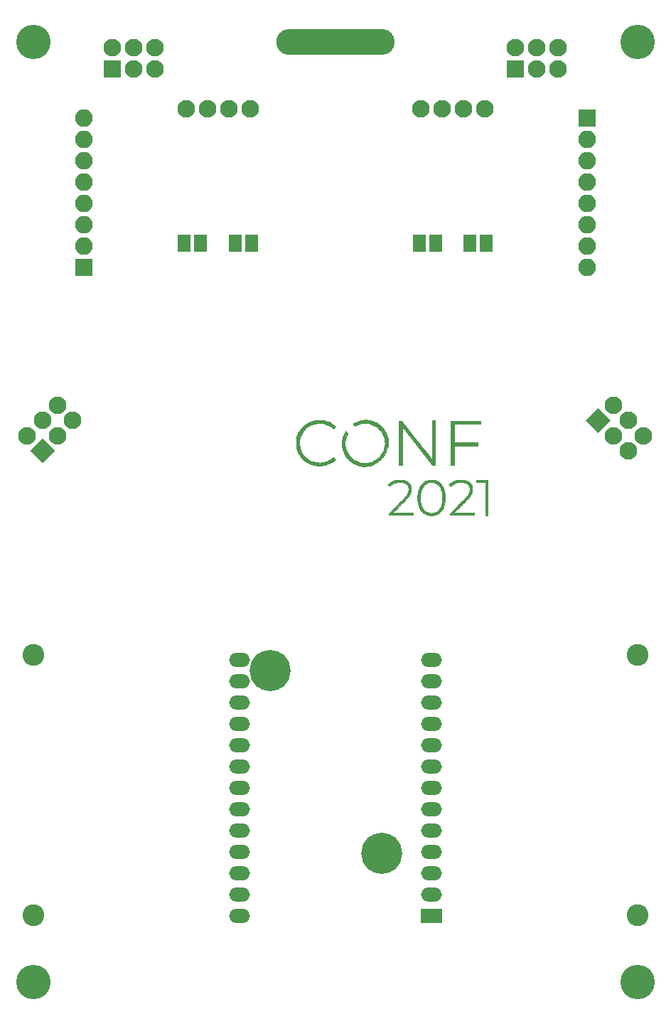
<source format=gbr>
%TF.GenerationSoftware,KiCad,Pcbnew,(5.1.6)-1*%
%TF.CreationDate,2020-10-27T18:50:36+11:00*%
%TF.ProjectId,swag-badge,73776167-2d62-4616-9467-652e6b696361,rev?*%
%TF.SameCoordinates,PX2d4cae0PY916f720*%
%TF.FileFunction,Soldermask,Top*%
%TF.FilePolarity,Negative*%
%FSLAX46Y46*%
G04 Gerber Fmt 4.6, Leading zero omitted, Abs format (unit mm)*
G04 Created by KiCad (PCBNEW (5.1.6)-1) date 2020-10-27 18:50:36*
%MOMM*%
%LPD*%
G01*
G04 APERTURE LIST*
%ADD10C,0.010000*%
%ADD11C,2.100000*%
%ADD12C,0.100000*%
%ADD13C,4.900000*%
%ADD14O,2.500000X1.700000*%
%ADD15R,2.500000X1.700000*%
%ADD16R,2.100000X2.100000*%
%ADD17R,1.500000X2.100000*%
%ADD18R,1.600000X2.100000*%
%ADD19O,14.100000X3.100000*%
%ADD20C,4.100000*%
%ADD21O,2.100000X2.100000*%
%ADD22C,2.600000*%
G04 APERTURE END LIST*
D10*
%TO.C,L1*%
G36*
X54037715Y66347852D02*
G01*
X54119896Y66342207D01*
X54188405Y66333542D01*
X54203418Y66330763D01*
X54348665Y66293961D01*
X54491848Y66243302D01*
X54627842Y66181012D01*
X54751524Y66109316D01*
X54813977Y66065527D01*
X54922393Y65974135D01*
X55028317Y65866645D01*
X55127458Y65748056D01*
X55215525Y65623371D01*
X55266862Y65537714D01*
X55316416Y65438031D01*
X55364620Y65321409D01*
X55410146Y65192084D01*
X55451669Y65054290D01*
X55487863Y64912266D01*
X55517402Y64770246D01*
X55529603Y64698375D01*
X55536451Y64640533D01*
X55541968Y64565960D01*
X55546150Y64478431D01*
X55548992Y64381721D01*
X55550489Y64279607D01*
X55550637Y64175864D01*
X55549431Y64074268D01*
X55546866Y63978595D01*
X55542938Y63892621D01*
X55537641Y63820121D01*
X55530972Y63764871D01*
X55530767Y63763620D01*
X55486288Y63536787D01*
X55430651Y63327675D01*
X55363719Y63135928D01*
X55285357Y62961187D01*
X55195431Y62803095D01*
X55133730Y62713173D01*
X55088114Y62656374D01*
X55031148Y62593205D01*
X54967551Y62528295D01*
X54902043Y62466273D01*
X54839344Y62411769D01*
X54784174Y62369413D01*
X54781126Y62367304D01*
X54646968Y62286129D01*
X54499744Y62216847D01*
X54345368Y62161967D01*
X54222741Y62130548D01*
X54173105Y62122342D01*
X54109334Y62115127D01*
X54036917Y62109194D01*
X53961343Y62104834D01*
X53888101Y62102340D01*
X53822680Y62102002D01*
X53770570Y62104112D01*
X53754773Y62105695D01*
X53592901Y62133847D01*
X53437046Y62175810D01*
X53291228Y62230258D01*
X53159472Y62295861D01*
X53134959Y62310327D01*
X53100436Y62330650D01*
X53072732Y62345762D01*
X53056884Y62352943D01*
X53055528Y62353189D01*
X53041277Y62360052D01*
X53015159Y62378717D01*
X52980562Y62406301D01*
X52940874Y62439920D01*
X52899483Y62476691D01*
X52859776Y62513729D01*
X52825141Y62548152D01*
X52819385Y62554189D01*
X52708298Y62684964D01*
X52610125Y62828480D01*
X52524232Y62985998D01*
X52449989Y63158781D01*
X52386763Y63348091D01*
X52347389Y63496666D01*
X52328425Y63578904D01*
X52313247Y63652840D01*
X52301382Y63722754D01*
X52292357Y63792924D01*
X52285700Y63867630D01*
X52280938Y63951153D01*
X52277597Y64047771D01*
X52275445Y64147812D01*
X52275175Y64211338D01*
X52585010Y64211338D01*
X52585180Y64114665D01*
X52585686Y64035964D01*
X52586695Y63972034D01*
X52588374Y63919674D01*
X52590889Y63875681D01*
X52594407Y63836853D01*
X52599096Y63799989D01*
X52605122Y63761888D01*
X52609845Y63734890D01*
X52650974Y63537239D01*
X52700264Y63358495D01*
X52757979Y63197919D01*
X52824382Y63054770D01*
X52894128Y62936691D01*
X52936090Y62879131D01*
X52988867Y62815315D01*
X53047995Y62749972D01*
X53109011Y62687826D01*
X53167451Y62633606D01*
X53218850Y62592038D01*
X53221257Y62590303D01*
X53327763Y62524084D01*
X53447913Y62466738D01*
X53575070Y62421044D01*
X53698184Y62390603D01*
X53773733Y62380929D01*
X53862824Y62376839D01*
X53958649Y62378077D01*
X54054395Y62384385D01*
X54143252Y62395506D01*
X54214154Y62410053D01*
X54288641Y62433354D01*
X54370394Y62465346D01*
X54453074Y62503054D01*
X54530342Y62543504D01*
X54595859Y62583720D01*
X54617981Y62599548D01*
X54667460Y62640772D01*
X54724237Y62694040D01*
X54783318Y62754152D01*
X54839706Y62815910D01*
X54888407Y62874116D01*
X54912509Y62906080D01*
X54977298Y63009499D01*
X55037739Y63130514D01*
X55092738Y63265799D01*
X55141199Y63412025D01*
X55182025Y63565865D01*
X55214120Y63723991D01*
X55236390Y63883077D01*
X55237410Y63892773D01*
X55242735Y63963887D01*
X55245941Y64049727D01*
X55247140Y64145875D01*
X55246441Y64247915D01*
X55243955Y64351428D01*
X55239793Y64451998D01*
X55234065Y64545207D01*
X55226882Y64626638D01*
X55218355Y64691874D01*
X55217251Y64698375D01*
X55178127Y64890782D01*
X55131015Y65064953D01*
X55075156Y65222555D01*
X55009792Y65365255D01*
X54934164Y65494718D01*
X54847514Y65612612D01*
X54754689Y65715022D01*
X54634807Y65820801D01*
X54505545Y65907648D01*
X54367427Y65975347D01*
X54220981Y66023681D01*
X54066732Y66052433D01*
X53913589Y66061413D01*
X53752422Y66051447D01*
X53598557Y66021694D01*
X53452522Y65972370D01*
X53314842Y65903692D01*
X53186043Y65815876D01*
X53072490Y65715022D01*
X52974030Y65605547D01*
X52887270Y65485466D01*
X52811533Y65353262D01*
X52746138Y65207416D01*
X52690410Y65046410D01*
X52643669Y64868726D01*
X52605237Y64672845D01*
X52604196Y64666611D01*
X52598471Y64628650D01*
X52593956Y64589365D01*
X52590523Y64545711D01*
X52588042Y64494645D01*
X52586385Y64433123D01*
X52585425Y64358100D01*
X52585032Y64266533D01*
X52585010Y64211338D01*
X52275175Y64211338D01*
X52274730Y64315943D01*
X52279197Y64467608D01*
X52289420Y64607009D01*
X52305971Y64738348D01*
X52329423Y64865826D01*
X52360350Y64993646D01*
X52399325Y65126010D01*
X52415793Y65176656D01*
X52471576Y65331287D01*
X52530860Y65468360D01*
X52595745Y65591446D01*
X52668333Y65704116D01*
X52750726Y65809941D01*
X52845024Y65912492D01*
X52854229Y65921745D01*
X52981701Y66036990D01*
X53115133Y66133193D01*
X53256934Y66211633D01*
X53409511Y66273591D01*
X53575270Y66320345D01*
X53623760Y66330763D01*
X53687720Y66340223D01*
X53766867Y66346661D01*
X53855429Y66350079D01*
X53947636Y66350476D01*
X54037715Y66347852D01*
G37*
X54037715Y66347852D02*
X54119896Y66342207D01*
X54188405Y66333542D01*
X54203418Y66330763D01*
X54348665Y66293961D01*
X54491848Y66243302D01*
X54627842Y66181012D01*
X54751524Y66109316D01*
X54813977Y66065527D01*
X54922393Y65974135D01*
X55028317Y65866645D01*
X55127458Y65748056D01*
X55215525Y65623371D01*
X55266862Y65537714D01*
X55316416Y65438031D01*
X55364620Y65321409D01*
X55410146Y65192084D01*
X55451669Y65054290D01*
X55487863Y64912266D01*
X55517402Y64770246D01*
X55529603Y64698375D01*
X55536451Y64640533D01*
X55541968Y64565960D01*
X55546150Y64478431D01*
X55548992Y64381721D01*
X55550489Y64279607D01*
X55550637Y64175864D01*
X55549431Y64074268D01*
X55546866Y63978595D01*
X55542938Y63892621D01*
X55537641Y63820121D01*
X55530972Y63764871D01*
X55530767Y63763620D01*
X55486288Y63536787D01*
X55430651Y63327675D01*
X55363719Y63135928D01*
X55285357Y62961187D01*
X55195431Y62803095D01*
X55133730Y62713173D01*
X55088114Y62656374D01*
X55031148Y62593205D01*
X54967551Y62528295D01*
X54902043Y62466273D01*
X54839344Y62411769D01*
X54784174Y62369413D01*
X54781126Y62367304D01*
X54646968Y62286129D01*
X54499744Y62216847D01*
X54345368Y62161967D01*
X54222741Y62130548D01*
X54173105Y62122342D01*
X54109334Y62115127D01*
X54036917Y62109194D01*
X53961343Y62104834D01*
X53888101Y62102340D01*
X53822680Y62102002D01*
X53770570Y62104112D01*
X53754773Y62105695D01*
X53592901Y62133847D01*
X53437046Y62175810D01*
X53291228Y62230258D01*
X53159472Y62295861D01*
X53134959Y62310327D01*
X53100436Y62330650D01*
X53072732Y62345762D01*
X53056884Y62352943D01*
X53055528Y62353189D01*
X53041277Y62360052D01*
X53015159Y62378717D01*
X52980562Y62406301D01*
X52940874Y62439920D01*
X52899483Y62476691D01*
X52859776Y62513729D01*
X52825141Y62548152D01*
X52819385Y62554189D01*
X52708298Y62684964D01*
X52610125Y62828480D01*
X52524232Y62985998D01*
X52449989Y63158781D01*
X52386763Y63348091D01*
X52347389Y63496666D01*
X52328425Y63578904D01*
X52313247Y63652840D01*
X52301382Y63722754D01*
X52292357Y63792924D01*
X52285700Y63867630D01*
X52280938Y63951153D01*
X52277597Y64047771D01*
X52275445Y64147812D01*
X52275175Y64211338D01*
X52585010Y64211338D01*
X52585180Y64114665D01*
X52585686Y64035964D01*
X52586695Y63972034D01*
X52588374Y63919674D01*
X52590889Y63875681D01*
X52594407Y63836853D01*
X52599096Y63799989D01*
X52605122Y63761888D01*
X52609845Y63734890D01*
X52650974Y63537239D01*
X52700264Y63358495D01*
X52757979Y63197919D01*
X52824382Y63054770D01*
X52894128Y62936691D01*
X52936090Y62879131D01*
X52988867Y62815315D01*
X53047995Y62749972D01*
X53109011Y62687826D01*
X53167451Y62633606D01*
X53218850Y62592038D01*
X53221257Y62590303D01*
X53327763Y62524084D01*
X53447913Y62466738D01*
X53575070Y62421044D01*
X53698184Y62390603D01*
X53773733Y62380929D01*
X53862824Y62376839D01*
X53958649Y62378077D01*
X54054395Y62384385D01*
X54143252Y62395506D01*
X54214154Y62410053D01*
X54288641Y62433354D01*
X54370394Y62465346D01*
X54453074Y62503054D01*
X54530342Y62543504D01*
X54595859Y62583720D01*
X54617981Y62599548D01*
X54667460Y62640772D01*
X54724237Y62694040D01*
X54783318Y62754152D01*
X54839706Y62815910D01*
X54888407Y62874116D01*
X54912509Y62906080D01*
X54977298Y63009499D01*
X55037739Y63130514D01*
X55092738Y63265799D01*
X55141199Y63412025D01*
X55182025Y63565865D01*
X55214120Y63723991D01*
X55236390Y63883077D01*
X55237410Y63892773D01*
X55242735Y63963887D01*
X55245941Y64049727D01*
X55247140Y64145875D01*
X55246441Y64247915D01*
X55243955Y64351428D01*
X55239793Y64451998D01*
X55234065Y64545207D01*
X55226882Y64626638D01*
X55218355Y64691874D01*
X55217251Y64698375D01*
X55178127Y64890782D01*
X55131015Y65064953D01*
X55075156Y65222555D01*
X55009792Y65365255D01*
X54934164Y65494718D01*
X54847514Y65612612D01*
X54754689Y65715022D01*
X54634807Y65820801D01*
X54505545Y65907648D01*
X54367427Y65975347D01*
X54220981Y66023681D01*
X54066732Y66052433D01*
X53913589Y66061413D01*
X53752422Y66051447D01*
X53598557Y66021694D01*
X53452522Y65972370D01*
X53314842Y65903692D01*
X53186043Y65815876D01*
X53072490Y65715022D01*
X52974030Y65605547D01*
X52887270Y65485466D01*
X52811533Y65353262D01*
X52746138Y65207416D01*
X52690410Y65046410D01*
X52643669Y64868726D01*
X52605237Y64672845D01*
X52604196Y64666611D01*
X52598471Y64628650D01*
X52593956Y64589365D01*
X52590523Y64545711D01*
X52588042Y64494645D01*
X52586385Y64433123D01*
X52585425Y64358100D01*
X52585032Y64266533D01*
X52585010Y64211338D01*
X52275175Y64211338D01*
X52274730Y64315943D01*
X52279197Y64467608D01*
X52289420Y64607009D01*
X52305971Y64738348D01*
X52329423Y64865826D01*
X52360350Y64993646D01*
X52399325Y65126010D01*
X52415793Y65176656D01*
X52471576Y65331287D01*
X52530860Y65468360D01*
X52595745Y65591446D01*
X52668333Y65704116D01*
X52750726Y65809941D01*
X52845024Y65912492D01*
X52854229Y65921745D01*
X52981701Y66036990D01*
X53115133Y66133193D01*
X53256934Y66211633D01*
X53409511Y66273591D01*
X53575270Y66320345D01*
X53623760Y66330763D01*
X53687720Y66340223D01*
X53766867Y66346661D01*
X53855429Y66350079D01*
X53947636Y66350476D01*
X54037715Y66347852D01*
G36*
X60636807Y62109671D02*
G01*
X60340350Y62109671D01*
X60340350Y66037724D01*
X59313339Y66037724D01*
X59313339Y66299164D01*
X59442054Y66306085D01*
X59478675Y66307472D01*
X59533777Y66308766D01*
X59604666Y66309939D01*
X59688648Y66310963D01*
X59783029Y66311810D01*
X59885115Y66312452D01*
X59992211Y66312860D01*
X60101623Y66313006D01*
X60636807Y66313006D01*
X60636807Y62109671D01*
G37*
X60636807Y62109671D02*
X60340350Y62109671D01*
X60340350Y66037724D01*
X59313339Y66037724D01*
X59313339Y66299164D01*
X59442054Y66306085D01*
X59478675Y66307472D01*
X59533777Y66308766D01*
X59604666Y66309939D01*
X59688648Y66310963D01*
X59783029Y66311810D01*
X59885115Y66312452D01*
X59992211Y66312860D01*
X60101623Y66313006D01*
X60636807Y66313006D01*
X60636807Y62109671D01*
G36*
X50216637Y66354522D02*
G01*
X50312761Y66351974D01*
X50402946Y66347116D01*
X50482964Y66340035D01*
X50548587Y66330822D01*
X50578449Y66324521D01*
X50716358Y66285450D01*
X50838829Y66240771D01*
X50951340Y66188183D01*
X51059369Y66125383D01*
X51072824Y66116704D01*
X51187325Y66029995D01*
X51285546Y65930221D01*
X51367039Y65818379D01*
X51431354Y65695468D01*
X51478044Y65562486D01*
X51506658Y65420432D01*
X51516749Y65270303D01*
X51510928Y65142309D01*
X51494649Y65016378D01*
X51469517Y64898501D01*
X51434118Y64785335D01*
X51387040Y64673536D01*
X51326869Y64559762D01*
X51252191Y64440669D01*
X51161594Y64312913D01*
X51158671Y64308986D01*
X51141762Y64286922D01*
X51122272Y64262816D01*
X51099336Y64235774D01*
X51072091Y64204901D01*
X51039672Y64169301D01*
X51001216Y64128081D01*
X50955859Y64080346D01*
X50902737Y64025200D01*
X50840986Y63961750D01*
X50769743Y63889101D01*
X50688143Y63806357D01*
X50595323Y63712624D01*
X50490419Y63607008D01*
X50372567Y63488614D01*
X50240903Y63356547D01*
X50184196Y63299711D01*
X49306171Y62419846D01*
X49960839Y62412947D01*
X50099384Y62411468D01*
X50249622Y62409831D01*
X50407010Y62408087D01*
X50567005Y62406287D01*
X50725062Y62404484D01*
X50876640Y62402728D01*
X51017193Y62401072D01*
X51142180Y62399567D01*
X51168716Y62399241D01*
X51721926Y62392435D01*
X51721926Y62130847D01*
X48841366Y62130847D01*
X48844359Y62244974D01*
X48847353Y62359101D01*
X49800250Y63304402D01*
X49920392Y63423709D01*
X50037369Y63540112D01*
X50150188Y63652611D01*
X50257853Y63760201D01*
X50359368Y63861880D01*
X50453737Y63956647D01*
X50539966Y64043498D01*
X50617059Y64121431D01*
X50684021Y64189443D01*
X50739855Y64246532D01*
X50783568Y64291696D01*
X50814162Y64323931D01*
X50830192Y64341693D01*
X50882642Y64407431D01*
X50936519Y64480470D01*
X50988686Y64556116D01*
X51036007Y64629677D01*
X51075345Y64696459D01*
X51102071Y64748489D01*
X51151326Y64873278D01*
X51184269Y64999838D01*
X51202053Y65133603D01*
X51206124Y65238350D01*
X51203374Y65333252D01*
X51193114Y65414911D01*
X51173832Y65490394D01*
X51144020Y65566764D01*
X51129204Y65598333D01*
X51071337Y65698962D01*
X51002081Y65785064D01*
X50918835Y65859172D01*
X50818999Y65923820D01*
X50767453Y65950754D01*
X50653906Y66000318D01*
X50539335Y66037324D01*
X50420210Y66062318D01*
X50292998Y66075849D01*
X50154169Y66078464D01*
X50000191Y66070711D01*
X49996145Y66070392D01*
X49810712Y66048474D01*
X49640563Y66013123D01*
X49484091Y65963679D01*
X49339691Y65899483D01*
X49205759Y65819875D01*
X49080687Y65724195D01*
X49020397Y65669573D01*
X48983318Y65634668D01*
X48957976Y65612715D01*
X48941148Y65601680D01*
X48929609Y65599527D01*
X48920136Y65604222D01*
X48918693Y65605392D01*
X48884383Y65634741D01*
X48846772Y65667919D01*
X48809198Y65701849D01*
X48774998Y65733456D01*
X48747511Y65759664D01*
X48730073Y65777397D01*
X48725594Y65783342D01*
X48733167Y65795485D01*
X48753770Y65818293D01*
X48784231Y65848797D01*
X48821376Y65884031D01*
X48862033Y65921025D01*
X48903029Y65956812D01*
X48941191Y65988425D01*
X48962632Y66005073D01*
X49101750Y66096859D01*
X49256559Y66176065D01*
X49425231Y66242006D01*
X49605940Y66294001D01*
X49796857Y66331364D01*
X49857317Y66339803D01*
X49934915Y66347398D01*
X50023486Y66352323D01*
X50118803Y66354668D01*
X50216637Y66354522D01*
G37*
X50216637Y66354522D02*
X50312761Y66351974D01*
X50402946Y66347116D01*
X50482964Y66340035D01*
X50548587Y66330822D01*
X50578449Y66324521D01*
X50716358Y66285450D01*
X50838829Y66240771D01*
X50951340Y66188183D01*
X51059369Y66125383D01*
X51072824Y66116704D01*
X51187325Y66029995D01*
X51285546Y65930221D01*
X51367039Y65818379D01*
X51431354Y65695468D01*
X51478044Y65562486D01*
X51506658Y65420432D01*
X51516749Y65270303D01*
X51510928Y65142309D01*
X51494649Y65016378D01*
X51469517Y64898501D01*
X51434118Y64785335D01*
X51387040Y64673536D01*
X51326869Y64559762D01*
X51252191Y64440669D01*
X51161594Y64312913D01*
X51158671Y64308986D01*
X51141762Y64286922D01*
X51122272Y64262816D01*
X51099336Y64235774D01*
X51072091Y64204901D01*
X51039672Y64169301D01*
X51001216Y64128081D01*
X50955859Y64080346D01*
X50902737Y64025200D01*
X50840986Y63961750D01*
X50769743Y63889101D01*
X50688143Y63806357D01*
X50595323Y63712624D01*
X50490419Y63607008D01*
X50372567Y63488614D01*
X50240903Y63356547D01*
X50184196Y63299711D01*
X49306171Y62419846D01*
X49960839Y62412947D01*
X50099384Y62411468D01*
X50249622Y62409831D01*
X50407010Y62408087D01*
X50567005Y62406287D01*
X50725062Y62404484D01*
X50876640Y62402728D01*
X51017193Y62401072D01*
X51142180Y62399567D01*
X51168716Y62399241D01*
X51721926Y62392435D01*
X51721926Y62130847D01*
X48841366Y62130847D01*
X48844359Y62244974D01*
X48847353Y62359101D01*
X49800250Y63304402D01*
X49920392Y63423709D01*
X50037369Y63540112D01*
X50150188Y63652611D01*
X50257853Y63760201D01*
X50359368Y63861880D01*
X50453737Y63956647D01*
X50539966Y64043498D01*
X50617059Y64121431D01*
X50684021Y64189443D01*
X50739855Y64246532D01*
X50783568Y64291696D01*
X50814162Y64323931D01*
X50830192Y64341693D01*
X50882642Y64407431D01*
X50936519Y64480470D01*
X50988686Y64556116D01*
X51036007Y64629677D01*
X51075345Y64696459D01*
X51102071Y64748489D01*
X51151326Y64873278D01*
X51184269Y64999838D01*
X51202053Y65133603D01*
X51206124Y65238350D01*
X51203374Y65333252D01*
X51193114Y65414911D01*
X51173832Y65490394D01*
X51144020Y65566764D01*
X51129204Y65598333D01*
X51071337Y65698962D01*
X51002081Y65785064D01*
X50918835Y65859172D01*
X50818999Y65923820D01*
X50767453Y65950754D01*
X50653906Y66000318D01*
X50539335Y66037324D01*
X50420210Y66062318D01*
X50292998Y66075849D01*
X50154169Y66078464D01*
X50000191Y66070711D01*
X49996145Y66070392D01*
X49810712Y66048474D01*
X49640563Y66013123D01*
X49484091Y65963679D01*
X49339691Y65899483D01*
X49205759Y65819875D01*
X49080687Y65724195D01*
X49020397Y65669573D01*
X48983318Y65634668D01*
X48957976Y65612715D01*
X48941148Y65601680D01*
X48929609Y65599527D01*
X48920136Y65604222D01*
X48918693Y65605392D01*
X48884383Y65634741D01*
X48846772Y65667919D01*
X48809198Y65701849D01*
X48774998Y65733456D01*
X48747511Y65759664D01*
X48730073Y65777397D01*
X48725594Y65783342D01*
X48733167Y65795485D01*
X48753770Y65818293D01*
X48784231Y65848797D01*
X48821376Y65884031D01*
X48862033Y65921025D01*
X48903029Y65956812D01*
X48941191Y65988425D01*
X48962632Y66005073D01*
X49101750Y66096859D01*
X49256559Y66176065D01*
X49425231Y66242006D01*
X49605940Y66294001D01*
X49796857Y66331364D01*
X49857317Y66339803D01*
X49934915Y66347398D01*
X50023486Y66352323D01*
X50118803Y66354668D01*
X50216637Y66354522D01*
G36*
X57575105Y66354227D02*
G01*
X57661784Y66350843D01*
X57736641Y66345335D01*
X57789485Y66338631D01*
X57916409Y66310821D01*
X58043936Y66270653D01*
X58168178Y66220010D01*
X58285250Y66160775D01*
X58391264Y66094830D01*
X58482335Y66024059D01*
X58526968Y65981344D01*
X58606193Y65889114D01*
X58670922Y65792079D01*
X58723695Y65685610D01*
X58767048Y65565075D01*
X58780407Y65518925D01*
X58789601Y65470714D01*
X58796044Y65406614D01*
X58799736Y65331731D01*
X58800676Y65251171D01*
X58798863Y65170042D01*
X58794295Y65093450D01*
X58786972Y65026502D01*
X58780513Y64989538D01*
X58737884Y64831109D01*
X58680532Y64684146D01*
X58673338Y64668768D01*
X58642969Y64611056D01*
X58601902Y64541805D01*
X58553169Y64465594D01*
X58499802Y64387004D01*
X58444835Y64310614D01*
X58391299Y64241005D01*
X58384458Y64232514D01*
X58365346Y64210713D01*
X58332253Y64175065D01*
X58286227Y64126639D01*
X58228317Y64066506D01*
X58159572Y63995734D01*
X58081041Y63915394D01*
X57993771Y63826555D01*
X57898812Y63730286D01*
X57797212Y63627658D01*
X57690020Y63519740D01*
X57578285Y63407601D01*
X57463055Y63292311D01*
X57445692Y63274970D01*
X57334015Y63163420D01*
X57226647Y63056099D01*
X57124526Y62953948D01*
X57028589Y62857908D01*
X56939774Y62768920D01*
X56859018Y62687924D01*
X56787259Y62615863D01*
X56725433Y62553676D01*
X56674479Y62502305D01*
X56635333Y62462690D01*
X56608933Y62435774D01*
X56596216Y62422495D01*
X56595170Y62421214D01*
X56605752Y62420878D01*
X56635865Y62420345D01*
X56683867Y62419634D01*
X56748117Y62418763D01*
X56826971Y62417750D01*
X56918787Y62416612D01*
X57021922Y62415368D01*
X57134734Y62414036D01*
X57255581Y62412634D01*
X57382820Y62411181D01*
X57514808Y62409693D01*
X57649904Y62408190D01*
X57786464Y62406689D01*
X57922846Y62405208D01*
X58057407Y62403766D01*
X58188506Y62402380D01*
X58314499Y62401069D01*
X58433744Y62399850D01*
X58544599Y62398742D01*
X58645421Y62397763D01*
X58734568Y62396930D01*
X58810397Y62396262D01*
X58871265Y62395778D01*
X58915531Y62395494D01*
X58940121Y62395426D01*
X59006294Y62395540D01*
X59006294Y62130847D01*
X56126428Y62130847D01*
X56126428Y62351449D01*
X57074781Y63291981D01*
X57194830Y63411170D01*
X57311832Y63527584D01*
X57424778Y63640208D01*
X57532658Y63748023D01*
X57634464Y63850014D01*
X57729185Y63945164D01*
X57815812Y64032455D01*
X57893337Y64110870D01*
X57960750Y64179394D01*
X58017041Y64237009D01*
X58061202Y64282698D01*
X58092222Y64315444D01*
X58108147Y64333097D01*
X58161305Y64399033D01*
X58215598Y64471808D01*
X58268321Y64547339D01*
X58316769Y64621543D01*
X58358235Y64690337D01*
X58390014Y64749636D01*
X58402867Y64777891D01*
X58447812Y64907210D01*
X58477701Y65038975D01*
X58492480Y65170173D01*
X58492097Y65297795D01*
X58476500Y65418829D01*
X58445637Y65530263D01*
X58417112Y65596625D01*
X58352012Y65705823D01*
X58274396Y65798378D01*
X58183192Y65875466D01*
X58132267Y65908513D01*
X58014132Y65970535D01*
X57892430Y66017828D01*
X57764329Y66050968D01*
X57626996Y66070530D01*
X57477597Y66077088D01*
X57326259Y66072079D01*
X57138882Y66053411D01*
X56967324Y66022106D01*
X56809944Y65977507D01*
X56665100Y65918959D01*
X56531150Y65845804D01*
X56406452Y65757387D01*
X56296745Y65660297D01*
X56265639Y65630952D01*
X56240077Y65608703D01*
X56223812Y65596731D01*
X56220351Y65595586D01*
X56208626Y65603847D01*
X56185576Y65622800D01*
X56154825Y65649210D01*
X56119996Y65679842D01*
X56084714Y65711461D01*
X56052605Y65740832D01*
X56027292Y65764719D01*
X56012399Y65779887D01*
X56009963Y65783374D01*
X56017453Y65794553D01*
X56037770Y65816507D01*
X56067678Y65846209D01*
X56103946Y65880632D01*
X56143340Y65916747D01*
X56182625Y65951529D01*
X56218569Y65981949D01*
X56241562Y66000211D01*
X56378303Y66091881D01*
X56530910Y66171312D01*
X56697479Y66237782D01*
X56876105Y66290569D01*
X57064884Y66328951D01*
X57135453Y66339166D01*
X57207927Y66346456D01*
X57293017Y66351603D01*
X57385835Y66354611D01*
X57481493Y66355485D01*
X57575105Y66354227D01*
G37*
X57575105Y66354227D02*
X57661784Y66350843D01*
X57736641Y66345335D01*
X57789485Y66338631D01*
X57916409Y66310821D01*
X58043936Y66270653D01*
X58168178Y66220010D01*
X58285250Y66160775D01*
X58391264Y66094830D01*
X58482335Y66024059D01*
X58526968Y65981344D01*
X58606193Y65889114D01*
X58670922Y65792079D01*
X58723695Y65685610D01*
X58767048Y65565075D01*
X58780407Y65518925D01*
X58789601Y65470714D01*
X58796044Y65406614D01*
X58799736Y65331731D01*
X58800676Y65251171D01*
X58798863Y65170042D01*
X58794295Y65093450D01*
X58786972Y65026502D01*
X58780513Y64989538D01*
X58737884Y64831109D01*
X58680532Y64684146D01*
X58673338Y64668768D01*
X58642969Y64611056D01*
X58601902Y64541805D01*
X58553169Y64465594D01*
X58499802Y64387004D01*
X58444835Y64310614D01*
X58391299Y64241005D01*
X58384458Y64232514D01*
X58365346Y64210713D01*
X58332253Y64175065D01*
X58286227Y64126639D01*
X58228317Y64066506D01*
X58159572Y63995734D01*
X58081041Y63915394D01*
X57993771Y63826555D01*
X57898812Y63730286D01*
X57797212Y63627658D01*
X57690020Y63519740D01*
X57578285Y63407601D01*
X57463055Y63292311D01*
X57445692Y63274970D01*
X57334015Y63163420D01*
X57226647Y63056099D01*
X57124526Y62953948D01*
X57028589Y62857908D01*
X56939774Y62768920D01*
X56859018Y62687924D01*
X56787259Y62615863D01*
X56725433Y62553676D01*
X56674479Y62502305D01*
X56635333Y62462690D01*
X56608933Y62435774D01*
X56596216Y62422495D01*
X56595170Y62421214D01*
X56605752Y62420878D01*
X56635865Y62420345D01*
X56683867Y62419634D01*
X56748117Y62418763D01*
X56826971Y62417750D01*
X56918787Y62416612D01*
X57021922Y62415368D01*
X57134734Y62414036D01*
X57255581Y62412634D01*
X57382820Y62411181D01*
X57514808Y62409693D01*
X57649904Y62408190D01*
X57786464Y62406689D01*
X57922846Y62405208D01*
X58057407Y62403766D01*
X58188506Y62402380D01*
X58314499Y62401069D01*
X58433744Y62399850D01*
X58544599Y62398742D01*
X58645421Y62397763D01*
X58734568Y62396930D01*
X58810397Y62396262D01*
X58871265Y62395778D01*
X58915531Y62395494D01*
X58940121Y62395426D01*
X59006294Y62395540D01*
X59006294Y62130847D01*
X56126428Y62130847D01*
X56126428Y62351449D01*
X57074781Y63291981D01*
X57194830Y63411170D01*
X57311832Y63527584D01*
X57424778Y63640208D01*
X57532658Y63748023D01*
X57634464Y63850014D01*
X57729185Y63945164D01*
X57815812Y64032455D01*
X57893337Y64110870D01*
X57960750Y64179394D01*
X58017041Y64237009D01*
X58061202Y64282698D01*
X58092222Y64315444D01*
X58108147Y64333097D01*
X58161305Y64399033D01*
X58215598Y64471808D01*
X58268321Y64547339D01*
X58316769Y64621543D01*
X58358235Y64690337D01*
X58390014Y64749636D01*
X58402867Y64777891D01*
X58447812Y64907210D01*
X58477701Y65038975D01*
X58492480Y65170173D01*
X58492097Y65297795D01*
X58476500Y65418829D01*
X58445637Y65530263D01*
X58417112Y65596625D01*
X58352012Y65705823D01*
X58274396Y65798378D01*
X58183192Y65875466D01*
X58132267Y65908513D01*
X58014132Y65970535D01*
X57892430Y66017828D01*
X57764329Y66050968D01*
X57626996Y66070530D01*
X57477597Y66077088D01*
X57326259Y66072079D01*
X57138882Y66053411D01*
X56967324Y66022106D01*
X56809944Y65977507D01*
X56665100Y65918959D01*
X56531150Y65845804D01*
X56406452Y65757387D01*
X56296745Y65660297D01*
X56265639Y65630952D01*
X56240077Y65608703D01*
X56223812Y65596731D01*
X56220351Y65595586D01*
X56208626Y65603847D01*
X56185576Y65622800D01*
X56154825Y65649210D01*
X56119996Y65679842D01*
X56084714Y65711461D01*
X56052605Y65740832D01*
X56027292Y65764719D01*
X56012399Y65779887D01*
X56009963Y65783374D01*
X56017453Y65794553D01*
X56037770Y65816507D01*
X56067678Y65846209D01*
X56103946Y65880632D01*
X56143340Y65916747D01*
X56182625Y65951529D01*
X56218569Y65981949D01*
X56241562Y66000211D01*
X56378303Y66091881D01*
X56530910Y66171312D01*
X56697479Y66237782D01*
X56876105Y66290569D01*
X57064884Y66328951D01*
X57135453Y66339166D01*
X57207927Y66346456D01*
X57293017Y66351603D01*
X57385835Y66354611D01*
X57481493Y66355485D01*
X57575105Y66354227D01*
G36*
X46168610Y73477712D02*
G01*
X46337823Y73468361D01*
X46493668Y73450429D01*
X46642605Y73422779D01*
X46791090Y73384271D01*
X46905680Y73347703D01*
X47113059Y73268254D01*
X47307202Y73175794D01*
X47490800Y73068623D01*
X47666550Y72945044D01*
X47837143Y72803358D01*
X47972585Y72674961D01*
X48140049Y72493987D01*
X48287775Y72305558D01*
X48416037Y72109141D01*
X48525108Y71904198D01*
X48615264Y71690196D01*
X48686780Y71466599D01*
X48739928Y71232871D01*
X48753769Y71151605D01*
X48762449Y71078697D01*
X48768687Y70989946D01*
X48772482Y70890545D01*
X48773832Y70785686D01*
X48772737Y70680561D01*
X48769194Y70580363D01*
X48763201Y70490283D01*
X48754758Y70415514D01*
X48753995Y70410463D01*
X48707149Y70176116D01*
X48639999Y69945392D01*
X48553337Y69720066D01*
X48447953Y69501912D01*
X48324639Y69292706D01*
X48184185Y69094221D01*
X48145484Y69045244D01*
X48096079Y68987107D01*
X48035246Y68920226D01*
X47966989Y68848620D01*
X47895309Y68776309D01*
X47824209Y68707312D01*
X47757690Y68645649D01*
X47699756Y68595339D01*
X47687995Y68585740D01*
X47495752Y68443750D01*
X47293145Y68318073D01*
X47082141Y68209550D01*
X46864705Y68119026D01*
X46642806Y68047340D01*
X46418408Y67995338D01*
X46250190Y67969822D01*
X46165949Y67962393D01*
X46068065Y67957727D01*
X45962742Y67955809D01*
X45856180Y67956624D01*
X45754581Y67960158D01*
X45664147Y67966395D01*
X45618767Y67971309D01*
X45390101Y68011093D01*
X45167165Y68070617D01*
X44951082Y68148955D01*
X44742976Y68245177D01*
X44543969Y68358356D01*
X44355185Y68487564D01*
X44177748Y68631873D01*
X44012779Y68790356D01*
X43861403Y68962084D01*
X43724743Y69146130D01*
X43603923Y69341566D01*
X43500064Y69547464D01*
X43414291Y69762897D01*
X43400507Y69803688D01*
X43351836Y69963370D01*
X43314818Y70113012D01*
X43288563Y70258666D01*
X43272178Y70406381D01*
X43264774Y70562211D01*
X43265237Y70722802D01*
X43274835Y70914699D01*
X43295320Y71093400D01*
X43327917Y71264539D01*
X43373851Y71433748D01*
X43434349Y71606661D01*
X43483914Y71728028D01*
X43508091Y71781353D01*
X43537959Y71842684D01*
X43571217Y71907735D01*
X43605566Y71972216D01*
X43638706Y72031842D01*
X43668336Y72082325D01*
X43692157Y72119376D01*
X43698660Y72128331D01*
X43716867Y72152147D01*
X43985199Y71884435D01*
X43947666Y71822418D01*
X43844806Y71632692D01*
X43762275Y71437152D01*
X43700164Y71236147D01*
X43658563Y71030023D01*
X43637562Y70819131D01*
X43636279Y70627512D01*
X43651344Y70427133D01*
X43682398Y70235580D01*
X43730469Y70048770D01*
X43796584Y69862618D01*
X43870660Y69695790D01*
X43945719Y69551412D01*
X44026418Y69418747D01*
X44115996Y69293390D01*
X44217692Y69170940D01*
X44334746Y69046991D01*
X44382514Y68999949D01*
X44553948Y68847788D01*
X44733995Y68714945D01*
X44922978Y68601257D01*
X45121217Y68506560D01*
X45329034Y68430688D01*
X45546750Y68373477D01*
X45640610Y68355082D01*
X45742431Y68341250D01*
X45858336Y68332578D01*
X45981868Y68329066D01*
X46106574Y68330713D01*
X46225998Y68337520D01*
X46333687Y68349486D01*
X46368564Y68355096D01*
X46579200Y68403148D01*
X46786393Y68471989D01*
X46989785Y68561463D01*
X47189020Y68671410D01*
X47383742Y68801672D01*
X47402126Y68815197D01*
X47456530Y68858669D01*
X47520639Y68914962D01*
X47590828Y68980444D01*
X47663471Y69051483D01*
X47734943Y69124446D01*
X47801620Y69195701D01*
X47859877Y69261616D01*
X47906088Y69318558D01*
X47911005Y69325090D01*
X48038390Y69511794D01*
X48147445Y69704713D01*
X48237562Y69902401D01*
X48308130Y70103410D01*
X48358541Y70306292D01*
X48380478Y70440551D01*
X48397281Y70651470D01*
X48393597Y70861522D01*
X48370112Y71069484D01*
X48327512Y71274133D01*
X48266481Y71474246D01*
X48187706Y71668598D01*
X48091873Y71855966D01*
X47979666Y72035127D01*
X47851772Y72204857D01*
X47708876Y72363934D01*
X47551664Y72511132D01*
X47380821Y72645230D01*
X47197034Y72765004D01*
X47026261Y72857034D01*
X46823798Y72945054D01*
X46618145Y73012849D01*
X46410419Y73060458D01*
X46201732Y73087919D01*
X45993201Y73095269D01*
X45785940Y73082547D01*
X45581064Y73049791D01*
X45379687Y72997039D01*
X45182925Y72924328D01*
X44991892Y72831697D01*
X44910286Y72784848D01*
X44848334Y72747518D01*
X44717060Y72878478D01*
X44674447Y72921413D01*
X44637609Y72959339D01*
X44608968Y72989696D01*
X44590946Y73009925D01*
X44585786Y73017235D01*
X44594614Y73026221D01*
X44618921Y73043152D01*
X44655440Y73066120D01*
X44700905Y73093220D01*
X44752049Y73122546D01*
X44805605Y73152192D01*
X44858307Y73180253D01*
X44906888Y73204823D01*
X44909449Y73206070D01*
X45126877Y73301374D01*
X45344966Y73375899D01*
X45565439Y73430020D01*
X45790020Y73464106D01*
X46020431Y73478530D01*
X46168610Y73477712D01*
G37*
X46168610Y73477712D02*
X46337823Y73468361D01*
X46493668Y73450429D01*
X46642605Y73422779D01*
X46791090Y73384271D01*
X46905680Y73347703D01*
X47113059Y73268254D01*
X47307202Y73175794D01*
X47490800Y73068623D01*
X47666550Y72945044D01*
X47837143Y72803358D01*
X47972585Y72674961D01*
X48140049Y72493987D01*
X48287775Y72305558D01*
X48416037Y72109141D01*
X48525108Y71904198D01*
X48615264Y71690196D01*
X48686780Y71466599D01*
X48739928Y71232871D01*
X48753769Y71151605D01*
X48762449Y71078697D01*
X48768687Y70989946D01*
X48772482Y70890545D01*
X48773832Y70785686D01*
X48772737Y70680561D01*
X48769194Y70580363D01*
X48763201Y70490283D01*
X48754758Y70415514D01*
X48753995Y70410463D01*
X48707149Y70176116D01*
X48639999Y69945392D01*
X48553337Y69720066D01*
X48447953Y69501912D01*
X48324639Y69292706D01*
X48184185Y69094221D01*
X48145484Y69045244D01*
X48096079Y68987107D01*
X48035246Y68920226D01*
X47966989Y68848620D01*
X47895309Y68776309D01*
X47824209Y68707312D01*
X47757690Y68645649D01*
X47699756Y68595339D01*
X47687995Y68585740D01*
X47495752Y68443750D01*
X47293145Y68318073D01*
X47082141Y68209550D01*
X46864705Y68119026D01*
X46642806Y68047340D01*
X46418408Y67995338D01*
X46250190Y67969822D01*
X46165949Y67962393D01*
X46068065Y67957727D01*
X45962742Y67955809D01*
X45856180Y67956624D01*
X45754581Y67960158D01*
X45664147Y67966395D01*
X45618767Y67971309D01*
X45390101Y68011093D01*
X45167165Y68070617D01*
X44951082Y68148955D01*
X44742976Y68245177D01*
X44543969Y68358356D01*
X44355185Y68487564D01*
X44177748Y68631873D01*
X44012779Y68790356D01*
X43861403Y68962084D01*
X43724743Y69146130D01*
X43603923Y69341566D01*
X43500064Y69547464D01*
X43414291Y69762897D01*
X43400507Y69803688D01*
X43351836Y69963370D01*
X43314818Y70113012D01*
X43288563Y70258666D01*
X43272178Y70406381D01*
X43264774Y70562211D01*
X43265237Y70722802D01*
X43274835Y70914699D01*
X43295320Y71093400D01*
X43327917Y71264539D01*
X43373851Y71433748D01*
X43434349Y71606661D01*
X43483914Y71728028D01*
X43508091Y71781353D01*
X43537959Y71842684D01*
X43571217Y71907735D01*
X43605566Y71972216D01*
X43638706Y72031842D01*
X43668336Y72082325D01*
X43692157Y72119376D01*
X43698660Y72128331D01*
X43716867Y72152147D01*
X43985199Y71884435D01*
X43947666Y71822418D01*
X43844806Y71632692D01*
X43762275Y71437152D01*
X43700164Y71236147D01*
X43658563Y71030023D01*
X43637562Y70819131D01*
X43636279Y70627512D01*
X43651344Y70427133D01*
X43682398Y70235580D01*
X43730469Y70048770D01*
X43796584Y69862618D01*
X43870660Y69695790D01*
X43945719Y69551412D01*
X44026418Y69418747D01*
X44115996Y69293390D01*
X44217692Y69170940D01*
X44334746Y69046991D01*
X44382514Y68999949D01*
X44553948Y68847788D01*
X44733995Y68714945D01*
X44922978Y68601257D01*
X45121217Y68506560D01*
X45329034Y68430688D01*
X45546750Y68373477D01*
X45640610Y68355082D01*
X45742431Y68341250D01*
X45858336Y68332578D01*
X45981868Y68329066D01*
X46106574Y68330713D01*
X46225998Y68337520D01*
X46333687Y68349486D01*
X46368564Y68355096D01*
X46579200Y68403148D01*
X46786393Y68471989D01*
X46989785Y68561463D01*
X47189020Y68671410D01*
X47383742Y68801672D01*
X47402126Y68815197D01*
X47456530Y68858669D01*
X47520639Y68914962D01*
X47590828Y68980444D01*
X47663471Y69051483D01*
X47734943Y69124446D01*
X47801620Y69195701D01*
X47859877Y69261616D01*
X47906088Y69318558D01*
X47911005Y69325090D01*
X48038390Y69511794D01*
X48147445Y69704713D01*
X48237562Y69902401D01*
X48308130Y70103410D01*
X48358541Y70306292D01*
X48380478Y70440551D01*
X48397281Y70651470D01*
X48393597Y70861522D01*
X48370112Y71069484D01*
X48327512Y71274133D01*
X48266481Y71474246D01*
X48187706Y71668598D01*
X48091873Y71855966D01*
X47979666Y72035127D01*
X47851772Y72204857D01*
X47708876Y72363934D01*
X47551664Y72511132D01*
X47380821Y72645230D01*
X47197034Y72765004D01*
X47026261Y72857034D01*
X46823798Y72945054D01*
X46618145Y73012849D01*
X46410419Y73060458D01*
X46201732Y73087919D01*
X45993201Y73095269D01*
X45785940Y73082547D01*
X45581064Y73049791D01*
X45379687Y72997039D01*
X45182925Y72924328D01*
X44991892Y72831697D01*
X44910286Y72784848D01*
X44848334Y72747518D01*
X44717060Y72878478D01*
X44674447Y72921413D01*
X44637609Y72959339D01*
X44608968Y72989696D01*
X44590946Y73009925D01*
X44585786Y73017235D01*
X44594614Y73026221D01*
X44618921Y73043152D01*
X44655440Y73066120D01*
X44700905Y73093220D01*
X44752049Y73122546D01*
X44805605Y73152192D01*
X44858307Y73180253D01*
X44906888Y73204823D01*
X44909449Y73206070D01*
X45126877Y73301374D01*
X45344966Y73375899D01*
X45565439Y73430020D01*
X45790020Y73464106D01*
X46020431Y73478530D01*
X46168610Y73477712D01*
G36*
X40705392Y73431463D02*
G01*
X40796927Y73428875D01*
X40876624Y73424616D01*
X40938308Y73418842D01*
X41139650Y73386798D01*
X41337268Y73342186D01*
X41528056Y73286060D01*
X41708909Y73219469D01*
X41876724Y73143467D01*
X42028395Y73059105D01*
X42060609Y73038669D01*
X42123554Y72995528D01*
X42192438Y72944653D01*
X42262276Y72890026D01*
X42328083Y72835630D01*
X42384877Y72785446D01*
X42419830Y72751668D01*
X42472007Y72698155D01*
X42419830Y72641993D01*
X42388151Y72607915D01*
X42348900Y72565720D01*
X42308940Y72522785D01*
X42295624Y72508483D01*
X42223594Y72431133D01*
X42147093Y72499601D01*
X41975764Y72639517D01*
X41795766Y72760214D01*
X41606634Y72861917D01*
X41407900Y72944850D01*
X41199095Y73009238D01*
X40996393Y73052514D01*
X40936224Y73060477D01*
X40859960Y73067015D01*
X40772640Y73071999D01*
X40679305Y73075295D01*
X40584995Y73076775D01*
X40494750Y73076306D01*
X40413610Y73073759D01*
X40349616Y73069301D01*
X40117825Y73036593D01*
X39894515Y72984664D01*
X39680037Y72913655D01*
X39474743Y72823704D01*
X39278983Y72714952D01*
X39093108Y72587538D01*
X39043236Y72548819D01*
X38893642Y72416537D01*
X38754933Y72267596D01*
X38628588Y72104306D01*
X38516087Y71928979D01*
X38418908Y71743926D01*
X38338531Y71551460D01*
X38276434Y71353892D01*
X38274908Y71348059D01*
X38229235Y71132250D01*
X38203061Y70912622D01*
X38196365Y70691695D01*
X38209123Y70471989D01*
X38241311Y70256023D01*
X38286580Y70067965D01*
X38357185Y69858909D01*
X38445577Y69660578D01*
X38550867Y69473711D01*
X38672169Y69299049D01*
X38808595Y69137331D01*
X38959258Y68989296D01*
X39123270Y68855684D01*
X39299744Y68737236D01*
X39487792Y68634690D01*
X39686528Y68548786D01*
X39895064Y68480264D01*
X40112513Y68429864D01*
X40282496Y68404216D01*
X40361649Y68397051D01*
X40454381Y68392051D01*
X40554711Y68389262D01*
X40656660Y68388727D01*
X40754245Y68390494D01*
X40841487Y68394607D01*
X40899021Y68399529D01*
X41105319Y68432623D01*
X41309211Y68485649D01*
X41508241Y68557529D01*
X41699950Y68647185D01*
X41881882Y68753536D01*
X42051578Y68875503D01*
X42127741Y68939082D01*
X42226636Y69025764D01*
X42263684Y68990206D01*
X42285909Y68967912D01*
X42317806Y68934687D01*
X42354837Y68895302D01*
X42386966Y68860542D01*
X42473200Y68766436D01*
X42399251Y68697540D01*
X42234737Y68558083D01*
X42058058Y68435059D01*
X41868777Y68328266D01*
X41666458Y68237503D01*
X41450666Y68162568D01*
X41220966Y68103258D01*
X41043386Y68069572D01*
X40994862Y68062315D01*
X40946364Y68056613D01*
X40894154Y68052247D01*
X40834492Y68048998D01*
X40763642Y68046646D01*
X40677864Y68044972D01*
X40610088Y68044119D01*
X40530985Y68043442D01*
X40457143Y68043123D01*
X40391704Y68043153D01*
X40337813Y68043520D01*
X40298612Y68044213D01*
X40277245Y68045220D01*
X40276574Y68045294D01*
X40125245Y68064824D01*
X39990363Y68086438D01*
X39867220Y68111249D01*
X39751110Y68140373D01*
X39637326Y68174922D01*
X39521162Y68216012D01*
X39466611Y68237029D01*
X39358961Y68281067D01*
X39265414Y68323211D01*
X39179510Y68366624D01*
X39094790Y68414469D01*
X39054711Y68438668D01*
X38859715Y68570532D01*
X38679986Y68716909D01*
X38515833Y68877319D01*
X38367567Y69051284D01*
X38235499Y69238325D01*
X38119939Y69437964D01*
X38021198Y69649721D01*
X37939586Y69873119D01*
X37875414Y70107678D01*
X37834010Y70320467D01*
X37826527Y70382605D01*
X37820790Y70461484D01*
X37816798Y70552743D01*
X37814550Y70652020D01*
X37814046Y70754954D01*
X37815285Y70857182D01*
X37818267Y70954344D01*
X37822992Y71042076D01*
X37829457Y71116018D01*
X37834119Y71151605D01*
X37881463Y71392335D01*
X37947346Y71623490D01*
X38031532Y71844595D01*
X38133784Y72055173D01*
X38253863Y72254747D01*
X38391533Y72442841D01*
X38546558Y72618977D01*
X38582245Y72655352D01*
X38754509Y72812860D01*
X38938944Y72953055D01*
X39135489Y73075906D01*
X39344080Y73181383D01*
X39564656Y73269458D01*
X39797152Y73340100D01*
X40041508Y73393279D01*
X40170696Y73413669D01*
X40234593Y73420443D01*
X40314842Y73425736D01*
X40406745Y73429516D01*
X40505603Y73431752D01*
X40606718Y73432411D01*
X40705392Y73431463D01*
G37*
X40705392Y73431463D02*
X40796927Y73428875D01*
X40876624Y73424616D01*
X40938308Y73418842D01*
X41139650Y73386798D01*
X41337268Y73342186D01*
X41528056Y73286060D01*
X41708909Y73219469D01*
X41876724Y73143467D01*
X42028395Y73059105D01*
X42060609Y73038669D01*
X42123554Y72995528D01*
X42192438Y72944653D01*
X42262276Y72890026D01*
X42328083Y72835630D01*
X42384877Y72785446D01*
X42419830Y72751668D01*
X42472007Y72698155D01*
X42419830Y72641993D01*
X42388151Y72607915D01*
X42348900Y72565720D01*
X42308940Y72522785D01*
X42295624Y72508483D01*
X42223594Y72431133D01*
X42147093Y72499601D01*
X41975764Y72639517D01*
X41795766Y72760214D01*
X41606634Y72861917D01*
X41407900Y72944850D01*
X41199095Y73009238D01*
X40996393Y73052514D01*
X40936224Y73060477D01*
X40859960Y73067015D01*
X40772640Y73071999D01*
X40679305Y73075295D01*
X40584995Y73076775D01*
X40494750Y73076306D01*
X40413610Y73073759D01*
X40349616Y73069301D01*
X40117825Y73036593D01*
X39894515Y72984664D01*
X39680037Y72913655D01*
X39474743Y72823704D01*
X39278983Y72714952D01*
X39093108Y72587538D01*
X39043236Y72548819D01*
X38893642Y72416537D01*
X38754933Y72267596D01*
X38628588Y72104306D01*
X38516087Y71928979D01*
X38418908Y71743926D01*
X38338531Y71551460D01*
X38276434Y71353892D01*
X38274908Y71348059D01*
X38229235Y71132250D01*
X38203061Y70912622D01*
X38196365Y70691695D01*
X38209123Y70471989D01*
X38241311Y70256023D01*
X38286580Y70067965D01*
X38357185Y69858909D01*
X38445577Y69660578D01*
X38550867Y69473711D01*
X38672169Y69299049D01*
X38808595Y69137331D01*
X38959258Y68989296D01*
X39123270Y68855684D01*
X39299744Y68737236D01*
X39487792Y68634690D01*
X39686528Y68548786D01*
X39895064Y68480264D01*
X40112513Y68429864D01*
X40282496Y68404216D01*
X40361649Y68397051D01*
X40454381Y68392051D01*
X40554711Y68389262D01*
X40656660Y68388727D01*
X40754245Y68390494D01*
X40841487Y68394607D01*
X40899021Y68399529D01*
X41105319Y68432623D01*
X41309211Y68485649D01*
X41508241Y68557529D01*
X41699950Y68647185D01*
X41881882Y68753536D01*
X42051578Y68875503D01*
X42127741Y68939082D01*
X42226636Y69025764D01*
X42263684Y68990206D01*
X42285909Y68967912D01*
X42317806Y68934687D01*
X42354837Y68895302D01*
X42386966Y68860542D01*
X42473200Y68766436D01*
X42399251Y68697540D01*
X42234737Y68558083D01*
X42058058Y68435059D01*
X41868777Y68328266D01*
X41666458Y68237503D01*
X41450666Y68162568D01*
X41220966Y68103258D01*
X41043386Y68069572D01*
X40994862Y68062315D01*
X40946364Y68056613D01*
X40894154Y68052247D01*
X40834492Y68048998D01*
X40763642Y68046646D01*
X40677864Y68044972D01*
X40610088Y68044119D01*
X40530985Y68043442D01*
X40457143Y68043123D01*
X40391704Y68043153D01*
X40337813Y68043520D01*
X40298612Y68044213D01*
X40277245Y68045220D01*
X40276574Y68045294D01*
X40125245Y68064824D01*
X39990363Y68086438D01*
X39867220Y68111249D01*
X39751110Y68140373D01*
X39637326Y68174922D01*
X39521162Y68216012D01*
X39466611Y68237029D01*
X39358961Y68281067D01*
X39265414Y68323211D01*
X39179510Y68366624D01*
X39094790Y68414469D01*
X39054711Y68438668D01*
X38859715Y68570532D01*
X38679986Y68716909D01*
X38515833Y68877319D01*
X38367567Y69051284D01*
X38235499Y69238325D01*
X38119939Y69437964D01*
X38021198Y69649721D01*
X37939586Y69873119D01*
X37875414Y70107678D01*
X37834010Y70320467D01*
X37826527Y70382605D01*
X37820790Y70461484D01*
X37816798Y70552743D01*
X37814550Y70652020D01*
X37814046Y70754954D01*
X37815285Y70857182D01*
X37818267Y70954344D01*
X37822992Y71042076D01*
X37829457Y71116018D01*
X37834119Y71151605D01*
X37881463Y71392335D01*
X37947346Y71623490D01*
X38031532Y71844595D01*
X38133784Y72055173D01*
X38253863Y72254747D01*
X38391533Y72442841D01*
X38546558Y72618977D01*
X38582245Y72655352D01*
X38754509Y72812860D01*
X38938944Y72953055D01*
X39135489Y73075906D01*
X39344080Y73181383D01*
X39564656Y73269458D01*
X39797152Y73340100D01*
X40041508Y73393279D01*
X40170696Y73413669D01*
X40234593Y73420443D01*
X40314842Y73425736D01*
X40406745Y73429516D01*
X40505603Y73431752D01*
X40606718Y73432411D01*
X40705392Y73431463D01*
G36*
X54379450Y68080635D02*
G01*
X54211437Y68083544D01*
X54043425Y68086453D01*
X52244764Y70383659D01*
X50446103Y72680864D01*
X50443432Y70375718D01*
X50440761Y68070571D01*
X50049062Y68070571D01*
X50049062Y73386144D01*
X50218296Y73383235D01*
X50387531Y73380325D01*
X52178072Y71082785D01*
X52329923Y70887969D01*
X52478420Y70697516D01*
X52623034Y70512104D01*
X52763237Y70332408D01*
X52898501Y70159103D01*
X53028297Y69992865D01*
X53152095Y69834371D01*
X53269368Y69684295D01*
X53379586Y69543314D01*
X53482222Y69412104D01*
X53576746Y69291340D01*
X53662630Y69181697D01*
X53739345Y69083853D01*
X53806363Y68998482D01*
X53863154Y68926260D01*
X53909190Y68867864D01*
X53943943Y68823968D01*
X53966884Y68795249D01*
X53977484Y68782382D01*
X53978159Y68781715D01*
X53979175Y68791801D01*
X53980150Y68822352D01*
X53981079Y68872657D01*
X53981959Y68942006D01*
X53982789Y69029688D01*
X53983565Y69134993D01*
X53984283Y69257211D01*
X53984942Y69395630D01*
X53985537Y69549540D01*
X53986067Y69718230D01*
X53986528Y69900991D01*
X53986917Y70097111D01*
X53987232Y70305880D01*
X53987469Y70526588D01*
X53987625Y70758524D01*
X53987698Y71000976D01*
X53987703Y71087196D01*
X53987703Y73396207D01*
X54379450Y73396207D01*
X54379450Y68080635D01*
G37*
X54379450Y68080635D02*
X54211437Y68083544D01*
X54043425Y68086453D01*
X52244764Y70383659D01*
X50446103Y72680864D01*
X50443432Y70375718D01*
X50440761Y68070571D01*
X50049062Y68070571D01*
X50049062Y73386144D01*
X50218296Y73383235D01*
X50387531Y73380325D01*
X52178072Y71082785D01*
X52329923Y70887969D01*
X52478420Y70697516D01*
X52623034Y70512104D01*
X52763237Y70332408D01*
X52898501Y70159103D01*
X53028297Y69992865D01*
X53152095Y69834371D01*
X53269368Y69684295D01*
X53379586Y69543314D01*
X53482222Y69412104D01*
X53576746Y69291340D01*
X53662630Y69181697D01*
X53739345Y69083853D01*
X53806363Y68998482D01*
X53863154Y68926260D01*
X53909190Y68867864D01*
X53943943Y68823968D01*
X53966884Y68795249D01*
X53977484Y68782382D01*
X53978159Y68781715D01*
X53979175Y68791801D01*
X53980150Y68822352D01*
X53981079Y68872657D01*
X53981959Y68942006D01*
X53982789Y69029688D01*
X53983565Y69134993D01*
X53984283Y69257211D01*
X53984942Y69395630D01*
X53985537Y69549540D01*
X53986067Y69718230D01*
X53986528Y69900991D01*
X53986917Y70097111D01*
X53987232Y70305880D01*
X53987469Y70526588D01*
X53987625Y70758524D01*
X53987698Y71000976D01*
X53987703Y71087196D01*
X53987703Y73396207D01*
X54379450Y73396207D01*
X54379450Y68080635D01*
G36*
X59800375Y73046812D02*
G01*
X56624052Y73046812D01*
X56624052Y70770446D01*
X59461567Y70770446D01*
X59461567Y70421051D01*
X56624052Y70421051D01*
X56624052Y68070571D01*
X56232305Y68070571D01*
X56232305Y73385619D01*
X59800375Y73385619D01*
X59800375Y73046812D01*
G37*
X59800375Y73046812D02*
X56624052Y73046812D01*
X56624052Y70770446D01*
X59461567Y70770446D01*
X59461567Y70421051D01*
X56624052Y70421051D01*
X56624052Y68070571D01*
X56232305Y68070571D01*
X56232305Y73385619D01*
X59800375Y73385619D01*
X59800375Y73046812D01*
%TD*%
D11*
%TO.C,J1*%
X32310000Y110500000D03*
X29770000Y110500000D03*
X27230000Y110500000D03*
X24690000Y110500000D03*
%TD*%
%TO.C,J2*%
X60310000Y110500000D03*
X57770000Y110500000D03*
X55230000Y110500000D03*
X52690000Y110500000D03*
%TD*%
%TO.C,J6*%
X9398026Y75194077D03*
X11194077Y73398026D03*
X7601974Y73398026D03*
X9398026Y71601974D03*
D12*
G36*
X9086898Y69805923D02*
G01*
X7601974Y68320999D01*
X6117050Y69805923D01*
X7601974Y71290847D01*
X9086898Y69805923D01*
G37*
D11*
X5805923Y71601974D03*
%TD*%
D13*
%TO.C,J7*%
X34700000Y43600000D03*
X48000000Y21900000D03*
D14*
X31070000Y44910000D03*
X31070000Y42370000D03*
X31070000Y39830000D03*
X31070000Y37290000D03*
X31070000Y34750000D03*
X31070000Y32210000D03*
X31070000Y29670000D03*
X31070000Y27130000D03*
X31070000Y24590000D03*
X31070000Y22050000D03*
X31070000Y19510000D03*
X31070000Y16970000D03*
X31070000Y14430000D03*
X53930000Y44910000D03*
X53930000Y42370000D03*
X53930000Y39830000D03*
X53930000Y37290000D03*
X53930000Y34750000D03*
X53930000Y32210000D03*
X53930000Y29670000D03*
X53930000Y27130000D03*
X53930000Y24590000D03*
X53930000Y22050000D03*
X53930000Y19510000D03*
X53930000Y16970000D03*
D15*
X53930000Y14430000D03*
%TD*%
D11*
%TO.C,J4*%
X21040000Y117770000D03*
X21040000Y115230000D03*
X18500000Y117770000D03*
X18500000Y115230000D03*
D16*
X15960000Y115230000D03*
D11*
X15960000Y117770000D03*
%TD*%
D17*
%TO.C,SW4*%
X58550000Y94500000D03*
X54450000Y94500000D03*
%TD*%
%TO.C,SW3*%
X26450000Y94500000D03*
X30550000Y94500000D03*
%TD*%
D11*
%TO.C,J5*%
X79194077Y71601974D03*
X77398026Y69805923D03*
X77398026Y73398026D03*
X75601974Y71601974D03*
D12*
G36*
X73805923Y71913102D02*
G01*
X72320999Y73398026D01*
X73805923Y74882950D01*
X75290847Y73398026D01*
X73805923Y71913102D01*
G37*
D11*
X75601974Y75194077D03*
%TD*%
%TO.C,J3*%
X69040000Y117770000D03*
X69040000Y115230000D03*
X66500000Y117770000D03*
X66500000Y115230000D03*
D16*
X63960000Y115230000D03*
D11*
X63960000Y117770000D03*
%TD*%
D18*
%TO.C,SW1*%
X24500000Y94500000D03*
X32500000Y94500000D03*
%TD*%
%TO.C,SW2*%
X60500000Y94500000D03*
X52500000Y94500000D03*
%TD*%
D19*
%TO.C,H5*%
X42500000Y118500000D03*
%TD*%
D20*
%TO.C,H1*%
X6500000Y118500000D03*
%TD*%
%TO.C,H2*%
X78500000Y118500000D03*
%TD*%
%TO.C,H3*%
X6500000Y6500000D03*
%TD*%
%TO.C,H4*%
X78500000Y6500000D03*
%TD*%
D16*
%TO.C,J12*%
X12500000Y91610000D03*
D21*
X12500000Y94150000D03*
X12500000Y96690000D03*
X12500000Y99230000D03*
X12500000Y101770000D03*
X12500000Y104310000D03*
X12500000Y106850000D03*
X12500000Y109390000D03*
%TD*%
D16*
%TO.C,J13*%
X72500000Y109390000D03*
D21*
X72500000Y106850000D03*
X72500000Y104310000D03*
X72500000Y101770000D03*
X72500000Y99230000D03*
X72500000Y96690000D03*
X72500000Y94150000D03*
X72500000Y91610000D03*
%TD*%
D22*
%TO.C,J8*%
X78500000Y45500000D03*
%TD*%
%TO.C,J9*%
X78500000Y14500000D03*
%TD*%
%TO.C,J10*%
X6500000Y45500000D03*
%TD*%
%TO.C,J11*%
X6500000Y14500000D03*
%TD*%
M02*

</source>
